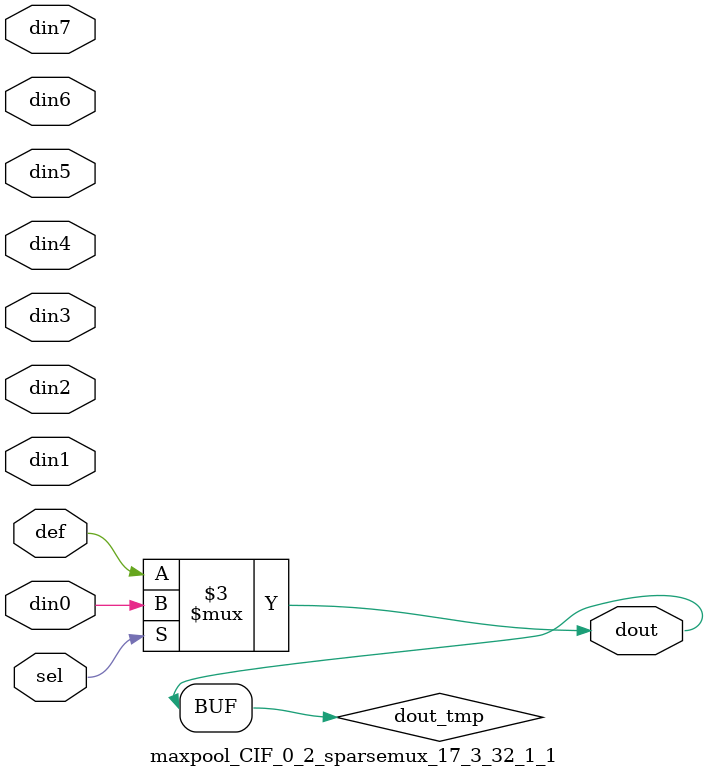
<source format=v>
`timescale 1ns / 1ps

module maxpool_CIF_0_2_sparsemux_17_3_32_1_1 (din0,din1,din2,din3,din4,din5,din6,din7,def,sel,dout);

parameter din0_WIDTH = 1;

parameter din1_WIDTH = 1;

parameter din2_WIDTH = 1;

parameter din3_WIDTH = 1;

parameter din4_WIDTH = 1;

parameter din5_WIDTH = 1;

parameter din6_WIDTH = 1;

parameter din7_WIDTH = 1;

parameter def_WIDTH = 1;
parameter sel_WIDTH = 1;
parameter dout_WIDTH = 1;

parameter [sel_WIDTH-1:0] CASE0 = 1;

parameter [sel_WIDTH-1:0] CASE1 = 1;

parameter [sel_WIDTH-1:0] CASE2 = 1;

parameter [sel_WIDTH-1:0] CASE3 = 1;

parameter [sel_WIDTH-1:0] CASE4 = 1;

parameter [sel_WIDTH-1:0] CASE5 = 1;

parameter [sel_WIDTH-1:0] CASE6 = 1;

parameter [sel_WIDTH-1:0] CASE7 = 1;

parameter ID = 1;
parameter NUM_STAGE = 1;



input [din0_WIDTH-1:0] din0;

input [din1_WIDTH-1:0] din1;

input [din2_WIDTH-1:0] din2;

input [din3_WIDTH-1:0] din3;

input [din4_WIDTH-1:0] din4;

input [din5_WIDTH-1:0] din5;

input [din6_WIDTH-1:0] din6;

input [din7_WIDTH-1:0] din7;

input [def_WIDTH-1:0] def;
input [sel_WIDTH-1:0] sel;

output [dout_WIDTH-1:0] dout;



reg [dout_WIDTH-1:0] dout_tmp;

always @ (*) begin
case (sel)
    
    CASE0 : dout_tmp = din0;
    
    CASE1 : dout_tmp = din1;
    
    CASE2 : dout_tmp = din2;
    
    CASE3 : dout_tmp = din3;
    
    CASE4 : dout_tmp = din4;
    
    CASE5 : dout_tmp = din5;
    
    CASE6 : dout_tmp = din6;
    
    CASE7 : dout_tmp = din7;
    
    default : dout_tmp = def;
endcase
end


assign dout = dout_tmp;



endmodule

</source>
